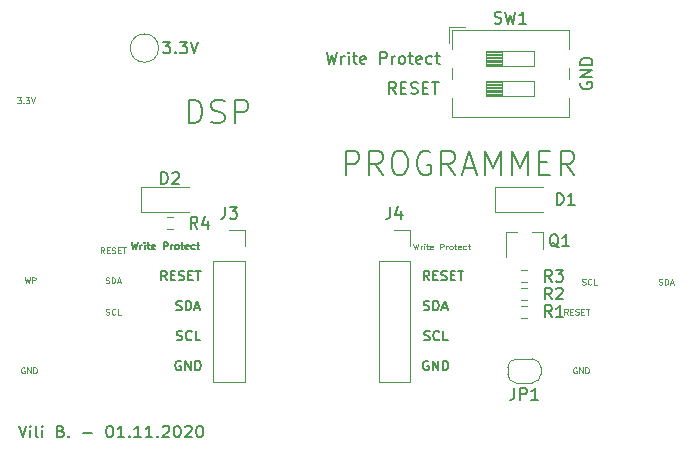
<source format=gbr>
%TF.GenerationSoftware,KiCad,Pcbnew,(5.1.7)-1*%
%TF.CreationDate,2020-11-01T18:22:08+02:00*%
%TF.ProjectId,Piirilevy_dsp,50696972-696c-4657-9679-5f6473702e6b,rev?*%
%TF.SameCoordinates,Original*%
%TF.FileFunction,Legend,Top*%
%TF.FilePolarity,Positive*%
%FSLAX46Y46*%
G04 Gerber Fmt 4.6, Leading zero omitted, Abs format (unit mm)*
G04 Created by KiCad (PCBNEW (5.1.7)-1) date 2020-11-01 18:22:08*
%MOMM*%
%LPD*%
G01*
G04 APERTURE LIST*
%ADD10C,0.150000*%
%ADD11C,0.125000*%
%ADD12C,0.120000*%
G04 APERTURE END LIST*
D10*
X122190857Y-106640380D02*
X122524190Y-107640380D01*
X122857523Y-106640380D01*
X123190857Y-107640380D02*
X123190857Y-106973714D01*
X123190857Y-106640380D02*
X123143238Y-106688000D01*
X123190857Y-106735619D01*
X123238476Y-106688000D01*
X123190857Y-106640380D01*
X123190857Y-106735619D01*
X123809904Y-107640380D02*
X123714666Y-107592761D01*
X123667047Y-107497523D01*
X123667047Y-106640380D01*
X124190857Y-107640380D02*
X124190857Y-106973714D01*
X124190857Y-106640380D02*
X124143238Y-106688000D01*
X124190857Y-106735619D01*
X124238476Y-106688000D01*
X124190857Y-106640380D01*
X124190857Y-106735619D01*
X125762285Y-107116571D02*
X125905142Y-107164190D01*
X125952761Y-107211809D01*
X126000380Y-107307047D01*
X126000380Y-107449904D01*
X125952761Y-107545142D01*
X125905142Y-107592761D01*
X125809904Y-107640380D01*
X125428952Y-107640380D01*
X125428952Y-106640380D01*
X125762285Y-106640380D01*
X125857523Y-106688000D01*
X125905142Y-106735619D01*
X125952761Y-106830857D01*
X125952761Y-106926095D01*
X125905142Y-107021333D01*
X125857523Y-107068952D01*
X125762285Y-107116571D01*
X125428952Y-107116571D01*
X126428952Y-107545142D02*
X126476571Y-107592761D01*
X126428952Y-107640380D01*
X126381333Y-107592761D01*
X126428952Y-107545142D01*
X126428952Y-107640380D01*
X127667047Y-107259428D02*
X128428952Y-107259428D01*
X129857523Y-106640380D02*
X129952761Y-106640380D01*
X130048000Y-106688000D01*
X130095619Y-106735619D01*
X130143238Y-106830857D01*
X130190857Y-107021333D01*
X130190857Y-107259428D01*
X130143238Y-107449904D01*
X130095619Y-107545142D01*
X130048000Y-107592761D01*
X129952761Y-107640380D01*
X129857523Y-107640380D01*
X129762285Y-107592761D01*
X129714666Y-107545142D01*
X129667047Y-107449904D01*
X129619428Y-107259428D01*
X129619428Y-107021333D01*
X129667047Y-106830857D01*
X129714666Y-106735619D01*
X129762285Y-106688000D01*
X129857523Y-106640380D01*
X131143238Y-107640380D02*
X130571809Y-107640380D01*
X130857523Y-107640380D02*
X130857523Y-106640380D01*
X130762285Y-106783238D01*
X130667047Y-106878476D01*
X130571809Y-106926095D01*
X131571809Y-107545142D02*
X131619428Y-107592761D01*
X131571809Y-107640380D01*
X131524190Y-107592761D01*
X131571809Y-107545142D01*
X131571809Y-107640380D01*
X132571809Y-107640380D02*
X132000380Y-107640380D01*
X132286095Y-107640380D02*
X132286095Y-106640380D01*
X132190857Y-106783238D01*
X132095619Y-106878476D01*
X132000380Y-106926095D01*
X133524190Y-107640380D02*
X132952761Y-107640380D01*
X133238476Y-107640380D02*
X133238476Y-106640380D01*
X133143238Y-106783238D01*
X133048000Y-106878476D01*
X132952761Y-106926095D01*
X133952761Y-107545142D02*
X134000380Y-107592761D01*
X133952761Y-107640380D01*
X133905142Y-107592761D01*
X133952761Y-107545142D01*
X133952761Y-107640380D01*
X134381333Y-106735619D02*
X134428952Y-106688000D01*
X134524190Y-106640380D01*
X134762285Y-106640380D01*
X134857523Y-106688000D01*
X134905142Y-106735619D01*
X134952761Y-106830857D01*
X134952761Y-106926095D01*
X134905142Y-107068952D01*
X134333714Y-107640380D01*
X134952761Y-107640380D01*
X135571809Y-106640380D02*
X135667047Y-106640380D01*
X135762285Y-106688000D01*
X135809904Y-106735619D01*
X135857523Y-106830857D01*
X135905142Y-107021333D01*
X135905142Y-107259428D01*
X135857523Y-107449904D01*
X135809904Y-107545142D01*
X135762285Y-107592761D01*
X135667047Y-107640380D01*
X135571809Y-107640380D01*
X135476571Y-107592761D01*
X135428952Y-107545142D01*
X135381333Y-107449904D01*
X135333714Y-107259428D01*
X135333714Y-107021333D01*
X135381333Y-106830857D01*
X135428952Y-106735619D01*
X135476571Y-106688000D01*
X135571809Y-106640380D01*
X136286095Y-106735619D02*
X136333714Y-106688000D01*
X136428952Y-106640380D01*
X136667047Y-106640380D01*
X136762285Y-106688000D01*
X136809904Y-106735619D01*
X136857523Y-106830857D01*
X136857523Y-106926095D01*
X136809904Y-107068952D01*
X136238476Y-107640380D01*
X136857523Y-107640380D01*
X137476571Y-106640380D02*
X137571809Y-106640380D01*
X137667047Y-106688000D01*
X137714666Y-106735619D01*
X137762285Y-106830857D01*
X137809904Y-107021333D01*
X137809904Y-107259428D01*
X137762285Y-107449904D01*
X137714666Y-107545142D01*
X137667047Y-107592761D01*
X137571809Y-107640380D01*
X137476571Y-107640380D01*
X137381333Y-107592761D01*
X137333714Y-107545142D01*
X137286095Y-107449904D01*
X137238476Y-107259428D01*
X137238476Y-107021333D01*
X137286095Y-106830857D01*
X137333714Y-106735619D01*
X137381333Y-106688000D01*
X137476571Y-106640380D01*
D11*
X122070904Y-78847190D02*
X122380428Y-78847190D01*
X122213761Y-79037666D01*
X122285190Y-79037666D01*
X122332809Y-79061476D01*
X122356619Y-79085285D01*
X122380428Y-79132904D01*
X122380428Y-79251952D01*
X122356619Y-79299571D01*
X122332809Y-79323380D01*
X122285190Y-79347190D01*
X122142333Y-79347190D01*
X122094714Y-79323380D01*
X122070904Y-79299571D01*
X122594714Y-79299571D02*
X122618523Y-79323380D01*
X122594714Y-79347190D01*
X122570904Y-79323380D01*
X122594714Y-79299571D01*
X122594714Y-79347190D01*
X122785190Y-78847190D02*
X123094714Y-78847190D01*
X122928047Y-79037666D01*
X122999476Y-79037666D01*
X123047095Y-79061476D01*
X123070904Y-79085285D01*
X123094714Y-79132904D01*
X123094714Y-79251952D01*
X123070904Y-79299571D01*
X123047095Y-79323380D01*
X122999476Y-79347190D01*
X122856619Y-79347190D01*
X122809000Y-79323380D01*
X122785190Y-79299571D01*
X123237571Y-78847190D02*
X123404238Y-79347190D01*
X123570904Y-78847190D01*
D10*
X134413809Y-74128380D02*
X135032857Y-74128380D01*
X134699523Y-74509333D01*
X134842380Y-74509333D01*
X134937619Y-74556952D01*
X134985238Y-74604571D01*
X135032857Y-74699809D01*
X135032857Y-74937904D01*
X134985238Y-75033142D01*
X134937619Y-75080761D01*
X134842380Y-75128380D01*
X134556666Y-75128380D01*
X134461428Y-75080761D01*
X134413809Y-75033142D01*
X135461428Y-75033142D02*
X135509047Y-75080761D01*
X135461428Y-75128380D01*
X135413809Y-75080761D01*
X135461428Y-75033142D01*
X135461428Y-75128380D01*
X135842380Y-74128380D02*
X136461428Y-74128380D01*
X136128095Y-74509333D01*
X136270952Y-74509333D01*
X136366190Y-74556952D01*
X136413809Y-74604571D01*
X136461428Y-74699809D01*
X136461428Y-74937904D01*
X136413809Y-75033142D01*
X136366190Y-75080761D01*
X136270952Y-75128380D01*
X135985238Y-75128380D01*
X135890000Y-75080761D01*
X135842380Y-75033142D01*
X136747142Y-74128380D02*
X137080476Y-75128380D01*
X137413809Y-74128380D01*
D11*
X122682047Y-101731000D02*
X122634428Y-101707190D01*
X122563000Y-101707190D01*
X122491571Y-101731000D01*
X122443952Y-101778619D01*
X122420142Y-101826238D01*
X122396333Y-101921476D01*
X122396333Y-101992904D01*
X122420142Y-102088142D01*
X122443952Y-102135761D01*
X122491571Y-102183380D01*
X122563000Y-102207190D01*
X122610619Y-102207190D01*
X122682047Y-102183380D01*
X122705857Y-102159571D01*
X122705857Y-101992904D01*
X122610619Y-101992904D01*
X122920142Y-102207190D02*
X122920142Y-101707190D01*
X123205857Y-102207190D01*
X123205857Y-101707190D01*
X123443952Y-102207190D02*
X123443952Y-101707190D01*
X123563000Y-101707190D01*
X123634428Y-101731000D01*
X123682047Y-101778619D01*
X123705857Y-101826238D01*
X123729666Y-101921476D01*
X123729666Y-101992904D01*
X123705857Y-102088142D01*
X123682047Y-102135761D01*
X123634428Y-102183380D01*
X123563000Y-102207190D01*
X123443952Y-102207190D01*
D10*
X169807000Y-77596904D02*
X169759380Y-77692142D01*
X169759380Y-77835000D01*
X169807000Y-77977857D01*
X169902238Y-78073095D01*
X169997476Y-78120714D01*
X170187952Y-78168333D01*
X170330809Y-78168333D01*
X170521285Y-78120714D01*
X170616523Y-78073095D01*
X170711761Y-77977857D01*
X170759380Y-77835000D01*
X170759380Y-77739761D01*
X170711761Y-77596904D01*
X170664142Y-77549285D01*
X170330809Y-77549285D01*
X170330809Y-77739761D01*
X170759380Y-77120714D02*
X169759380Y-77120714D01*
X170759380Y-76549285D01*
X169759380Y-76549285D01*
X170759380Y-76073095D02*
X169759380Y-76073095D01*
X169759380Y-75835000D01*
X169807000Y-75692142D01*
X169902238Y-75596904D01*
X169997476Y-75549285D01*
X170187952Y-75501666D01*
X170330809Y-75501666D01*
X170521285Y-75549285D01*
X170616523Y-75596904D01*
X170711761Y-75692142D01*
X170759380Y-75835000D01*
X170759380Y-76073095D01*
D11*
X176392857Y-94690380D02*
X176464285Y-94714190D01*
X176583333Y-94714190D01*
X176630952Y-94690380D01*
X176654761Y-94666571D01*
X176678571Y-94618952D01*
X176678571Y-94571333D01*
X176654761Y-94523714D01*
X176630952Y-94499904D01*
X176583333Y-94476095D01*
X176488095Y-94452285D01*
X176440476Y-94428476D01*
X176416666Y-94404666D01*
X176392857Y-94357047D01*
X176392857Y-94309428D01*
X176416666Y-94261809D01*
X176440476Y-94238000D01*
X176488095Y-94214190D01*
X176607142Y-94214190D01*
X176678571Y-94238000D01*
X176892857Y-94714190D02*
X176892857Y-94214190D01*
X177011904Y-94214190D01*
X177083333Y-94238000D01*
X177130952Y-94285619D01*
X177154761Y-94333238D01*
X177178571Y-94428476D01*
X177178571Y-94499904D01*
X177154761Y-94595142D01*
X177130952Y-94642761D01*
X177083333Y-94690380D01*
X177011904Y-94714190D01*
X176892857Y-94714190D01*
X177369047Y-94571333D02*
X177607142Y-94571333D01*
X177321428Y-94714190D02*
X177488095Y-94214190D01*
X177654761Y-94714190D01*
X169418047Y-101731000D02*
X169370428Y-101707190D01*
X169299000Y-101707190D01*
X169227571Y-101731000D01*
X169179952Y-101778619D01*
X169156142Y-101826238D01*
X169132333Y-101921476D01*
X169132333Y-101992904D01*
X169156142Y-102088142D01*
X169179952Y-102135761D01*
X169227571Y-102183380D01*
X169299000Y-102207190D01*
X169346619Y-102207190D01*
X169418047Y-102183380D01*
X169441857Y-102159571D01*
X169441857Y-101992904D01*
X169346619Y-101992904D01*
X169656142Y-102207190D02*
X169656142Y-101707190D01*
X169941857Y-102207190D01*
X169941857Y-101707190D01*
X170179952Y-102207190D02*
X170179952Y-101707190D01*
X170299000Y-101707190D01*
X170370428Y-101731000D01*
X170418047Y-101778619D01*
X170441857Y-101826238D01*
X170465666Y-101921476D01*
X170465666Y-101992904D01*
X170441857Y-102088142D01*
X170418047Y-102135761D01*
X170370428Y-102183380D01*
X170299000Y-102207190D01*
X170179952Y-102207190D01*
X168691809Y-97254190D02*
X168525142Y-97016095D01*
X168406095Y-97254190D02*
X168406095Y-96754190D01*
X168596571Y-96754190D01*
X168644190Y-96778000D01*
X168668000Y-96801809D01*
X168691809Y-96849428D01*
X168691809Y-96920857D01*
X168668000Y-96968476D01*
X168644190Y-96992285D01*
X168596571Y-97016095D01*
X168406095Y-97016095D01*
X168906095Y-96992285D02*
X169072761Y-96992285D01*
X169144190Y-97254190D02*
X168906095Y-97254190D01*
X168906095Y-96754190D01*
X169144190Y-96754190D01*
X169334666Y-97230380D02*
X169406095Y-97254190D01*
X169525142Y-97254190D01*
X169572761Y-97230380D01*
X169596571Y-97206571D01*
X169620380Y-97158952D01*
X169620380Y-97111333D01*
X169596571Y-97063714D01*
X169572761Y-97039904D01*
X169525142Y-97016095D01*
X169429904Y-96992285D01*
X169382285Y-96968476D01*
X169358476Y-96944666D01*
X169334666Y-96897047D01*
X169334666Y-96849428D01*
X169358476Y-96801809D01*
X169382285Y-96778000D01*
X169429904Y-96754190D01*
X169548952Y-96754190D01*
X169620380Y-96778000D01*
X169834666Y-96992285D02*
X170001333Y-96992285D01*
X170072761Y-97254190D02*
X169834666Y-97254190D01*
X169834666Y-96754190D01*
X170072761Y-96754190D01*
X170215619Y-96754190D02*
X170501333Y-96754190D01*
X170358476Y-97254190D02*
X170358476Y-96754190D01*
X169904761Y-94690380D02*
X169976190Y-94714190D01*
X170095238Y-94714190D01*
X170142857Y-94690380D01*
X170166666Y-94666571D01*
X170190476Y-94618952D01*
X170190476Y-94571333D01*
X170166666Y-94523714D01*
X170142857Y-94499904D01*
X170095238Y-94476095D01*
X170000000Y-94452285D01*
X169952380Y-94428476D01*
X169928571Y-94404666D01*
X169904761Y-94357047D01*
X169904761Y-94309428D01*
X169928571Y-94261809D01*
X169952380Y-94238000D01*
X170000000Y-94214190D01*
X170119047Y-94214190D01*
X170190476Y-94238000D01*
X170690476Y-94666571D02*
X170666666Y-94690380D01*
X170595238Y-94714190D01*
X170547619Y-94714190D01*
X170476190Y-94690380D01*
X170428571Y-94642761D01*
X170404761Y-94595142D01*
X170380952Y-94499904D01*
X170380952Y-94428476D01*
X170404761Y-94333238D01*
X170428571Y-94285619D01*
X170476190Y-94238000D01*
X170547619Y-94214190D01*
X170595238Y-94214190D01*
X170666666Y-94238000D01*
X170690476Y-94261809D01*
X171142857Y-94714190D02*
X170904761Y-94714190D01*
X170904761Y-94214190D01*
D10*
X149880952Y-85404761D02*
X149880952Y-83404761D01*
X150642857Y-83404761D01*
X150833333Y-83500000D01*
X150928571Y-83595238D01*
X151023809Y-83785714D01*
X151023809Y-84071428D01*
X150928571Y-84261904D01*
X150833333Y-84357142D01*
X150642857Y-84452380D01*
X149880952Y-84452380D01*
X153023809Y-85404761D02*
X152357142Y-84452380D01*
X151880952Y-85404761D02*
X151880952Y-83404761D01*
X152642857Y-83404761D01*
X152833333Y-83500000D01*
X152928571Y-83595238D01*
X153023809Y-83785714D01*
X153023809Y-84071428D01*
X152928571Y-84261904D01*
X152833333Y-84357142D01*
X152642857Y-84452380D01*
X151880952Y-84452380D01*
X154261904Y-83404761D02*
X154642857Y-83404761D01*
X154833333Y-83500000D01*
X155023809Y-83690476D01*
X155119047Y-84071428D01*
X155119047Y-84738095D01*
X155023809Y-85119047D01*
X154833333Y-85309523D01*
X154642857Y-85404761D01*
X154261904Y-85404761D01*
X154071428Y-85309523D01*
X153880952Y-85119047D01*
X153785714Y-84738095D01*
X153785714Y-84071428D01*
X153880952Y-83690476D01*
X154071428Y-83500000D01*
X154261904Y-83404761D01*
X157023809Y-83500000D02*
X156833333Y-83404761D01*
X156547619Y-83404761D01*
X156261904Y-83500000D01*
X156071428Y-83690476D01*
X155976190Y-83880952D01*
X155880952Y-84261904D01*
X155880952Y-84547619D01*
X155976190Y-84928571D01*
X156071428Y-85119047D01*
X156261904Y-85309523D01*
X156547619Y-85404761D01*
X156738095Y-85404761D01*
X157023809Y-85309523D01*
X157119047Y-85214285D01*
X157119047Y-84547619D01*
X156738095Y-84547619D01*
X159119047Y-85404761D02*
X158452380Y-84452380D01*
X157976190Y-85404761D02*
X157976190Y-83404761D01*
X158738095Y-83404761D01*
X158928571Y-83500000D01*
X159023809Y-83595238D01*
X159119047Y-83785714D01*
X159119047Y-84071428D01*
X159023809Y-84261904D01*
X158928571Y-84357142D01*
X158738095Y-84452380D01*
X157976190Y-84452380D01*
X159880952Y-84833333D02*
X160833333Y-84833333D01*
X159690476Y-85404761D02*
X160357142Y-83404761D01*
X161023809Y-85404761D01*
X161690476Y-85404761D02*
X161690476Y-83404761D01*
X162357142Y-84833333D01*
X163023809Y-83404761D01*
X163023809Y-85404761D01*
X163976190Y-85404761D02*
X163976190Y-83404761D01*
X164642857Y-84833333D01*
X165309523Y-83404761D01*
X165309523Y-85404761D01*
X166261904Y-84357142D02*
X166928571Y-84357142D01*
X167214285Y-85404761D02*
X166261904Y-85404761D01*
X166261904Y-83404761D01*
X167214285Y-83404761D01*
X169214285Y-85404761D02*
X168547619Y-84452380D01*
X168071428Y-85404761D02*
X168071428Y-83404761D01*
X168833333Y-83404761D01*
X169023809Y-83500000D01*
X169119047Y-83595238D01*
X169214285Y-83785714D01*
X169214285Y-84071428D01*
X169119047Y-84261904D01*
X169023809Y-84357142D01*
X168833333Y-84452380D01*
X168071428Y-84452380D01*
X136588809Y-81041761D02*
X136588809Y-79041761D01*
X137065000Y-79041761D01*
X137350714Y-79137000D01*
X137541190Y-79327476D01*
X137636428Y-79517952D01*
X137731666Y-79898904D01*
X137731666Y-80184619D01*
X137636428Y-80565571D01*
X137541190Y-80756047D01*
X137350714Y-80946523D01*
X137065000Y-81041761D01*
X136588809Y-81041761D01*
X138493571Y-80946523D02*
X138779285Y-81041761D01*
X139255476Y-81041761D01*
X139445952Y-80946523D01*
X139541190Y-80851285D01*
X139636428Y-80660809D01*
X139636428Y-80470333D01*
X139541190Y-80279857D01*
X139445952Y-80184619D01*
X139255476Y-80089380D01*
X138874523Y-79994142D01*
X138684047Y-79898904D01*
X138588809Y-79803666D01*
X138493571Y-79613190D01*
X138493571Y-79422714D01*
X138588809Y-79232238D01*
X138684047Y-79137000D01*
X138874523Y-79041761D01*
X139350714Y-79041761D01*
X139636428Y-79137000D01*
X140493571Y-81041761D02*
X140493571Y-79041761D01*
X141255476Y-79041761D01*
X141445952Y-79137000D01*
X141541190Y-79232238D01*
X141636428Y-79422714D01*
X141636428Y-79708428D01*
X141541190Y-79898904D01*
X141445952Y-79994142D01*
X141255476Y-80089380D01*
X140493571Y-80089380D01*
D11*
X129448809Y-92047190D02*
X129282142Y-91809095D01*
X129163095Y-92047190D02*
X129163095Y-91547190D01*
X129353571Y-91547190D01*
X129401190Y-91571000D01*
X129425000Y-91594809D01*
X129448809Y-91642428D01*
X129448809Y-91713857D01*
X129425000Y-91761476D01*
X129401190Y-91785285D01*
X129353571Y-91809095D01*
X129163095Y-91809095D01*
X129663095Y-91785285D02*
X129829761Y-91785285D01*
X129901190Y-92047190D02*
X129663095Y-92047190D01*
X129663095Y-91547190D01*
X129901190Y-91547190D01*
X130091666Y-92023380D02*
X130163095Y-92047190D01*
X130282142Y-92047190D01*
X130329761Y-92023380D01*
X130353571Y-91999571D01*
X130377380Y-91951952D01*
X130377380Y-91904333D01*
X130353571Y-91856714D01*
X130329761Y-91832904D01*
X130282142Y-91809095D01*
X130186904Y-91785285D01*
X130139285Y-91761476D01*
X130115476Y-91737666D01*
X130091666Y-91690047D01*
X130091666Y-91642428D01*
X130115476Y-91594809D01*
X130139285Y-91571000D01*
X130186904Y-91547190D01*
X130305952Y-91547190D01*
X130377380Y-91571000D01*
X130591666Y-91785285D02*
X130758333Y-91785285D01*
X130829761Y-92047190D02*
X130591666Y-92047190D01*
X130591666Y-91547190D01*
X130829761Y-91547190D01*
X130972619Y-91547190D02*
X131258333Y-91547190D01*
X131115476Y-92047190D02*
X131115476Y-91547190D01*
X129567857Y-94563380D02*
X129639285Y-94587190D01*
X129758333Y-94587190D01*
X129805952Y-94563380D01*
X129829761Y-94539571D01*
X129853571Y-94491952D01*
X129853571Y-94444333D01*
X129829761Y-94396714D01*
X129805952Y-94372904D01*
X129758333Y-94349095D01*
X129663095Y-94325285D01*
X129615476Y-94301476D01*
X129591666Y-94277666D01*
X129567857Y-94230047D01*
X129567857Y-94182428D01*
X129591666Y-94134809D01*
X129615476Y-94111000D01*
X129663095Y-94087190D01*
X129782142Y-94087190D01*
X129853571Y-94111000D01*
X130067857Y-94587190D02*
X130067857Y-94087190D01*
X130186904Y-94087190D01*
X130258333Y-94111000D01*
X130305952Y-94158619D01*
X130329761Y-94206238D01*
X130353571Y-94301476D01*
X130353571Y-94372904D01*
X130329761Y-94468142D01*
X130305952Y-94515761D01*
X130258333Y-94563380D01*
X130186904Y-94587190D01*
X130067857Y-94587190D01*
X130544047Y-94444333D02*
X130782142Y-94444333D01*
X130496428Y-94587190D02*
X130663095Y-94087190D01*
X130829761Y-94587190D01*
X129579761Y-97230380D02*
X129651190Y-97254190D01*
X129770238Y-97254190D01*
X129817857Y-97230380D01*
X129841666Y-97206571D01*
X129865476Y-97158952D01*
X129865476Y-97111333D01*
X129841666Y-97063714D01*
X129817857Y-97039904D01*
X129770238Y-97016095D01*
X129675000Y-96992285D01*
X129627380Y-96968476D01*
X129603571Y-96944666D01*
X129579761Y-96897047D01*
X129579761Y-96849428D01*
X129603571Y-96801809D01*
X129627380Y-96778000D01*
X129675000Y-96754190D01*
X129794047Y-96754190D01*
X129865476Y-96778000D01*
X130365476Y-97206571D02*
X130341666Y-97230380D01*
X130270238Y-97254190D01*
X130222619Y-97254190D01*
X130151190Y-97230380D01*
X130103571Y-97182761D01*
X130079761Y-97135142D01*
X130055952Y-97039904D01*
X130055952Y-96968476D01*
X130079761Y-96873238D01*
X130103571Y-96825619D01*
X130151190Y-96778000D01*
X130222619Y-96754190D01*
X130270238Y-96754190D01*
X130341666Y-96778000D01*
X130365476Y-96801809D01*
X130817857Y-97254190D02*
X130579761Y-97254190D01*
X130579761Y-96754190D01*
X122725714Y-94087190D02*
X122844761Y-94587190D01*
X122940000Y-94230047D01*
X123035238Y-94587190D01*
X123154285Y-94087190D01*
X123344761Y-94587190D02*
X123344761Y-94087190D01*
X123535238Y-94087190D01*
X123582857Y-94111000D01*
X123606666Y-94134809D01*
X123630476Y-94182428D01*
X123630476Y-94253857D01*
X123606666Y-94301476D01*
X123582857Y-94325285D01*
X123535238Y-94349095D01*
X123344761Y-94349095D01*
D10*
X148273095Y-75017380D02*
X148511190Y-76017380D01*
X148701666Y-75303095D01*
X148892142Y-76017380D01*
X149130238Y-75017380D01*
X149511190Y-76017380D02*
X149511190Y-75350714D01*
X149511190Y-75541190D02*
X149558809Y-75445952D01*
X149606428Y-75398333D01*
X149701666Y-75350714D01*
X149796904Y-75350714D01*
X150130238Y-76017380D02*
X150130238Y-75350714D01*
X150130238Y-75017380D02*
X150082619Y-75065000D01*
X150130238Y-75112619D01*
X150177857Y-75065000D01*
X150130238Y-75017380D01*
X150130238Y-75112619D01*
X150463571Y-75350714D02*
X150844523Y-75350714D01*
X150606428Y-75017380D02*
X150606428Y-75874523D01*
X150654047Y-75969761D01*
X150749285Y-76017380D01*
X150844523Y-76017380D01*
X151558809Y-75969761D02*
X151463571Y-76017380D01*
X151273095Y-76017380D01*
X151177857Y-75969761D01*
X151130238Y-75874523D01*
X151130238Y-75493571D01*
X151177857Y-75398333D01*
X151273095Y-75350714D01*
X151463571Y-75350714D01*
X151558809Y-75398333D01*
X151606428Y-75493571D01*
X151606428Y-75588809D01*
X151130238Y-75684047D01*
X152796904Y-76017380D02*
X152796904Y-75017380D01*
X153177857Y-75017380D01*
X153273095Y-75065000D01*
X153320714Y-75112619D01*
X153368333Y-75207857D01*
X153368333Y-75350714D01*
X153320714Y-75445952D01*
X153273095Y-75493571D01*
X153177857Y-75541190D01*
X152796904Y-75541190D01*
X153796904Y-76017380D02*
X153796904Y-75350714D01*
X153796904Y-75541190D02*
X153844523Y-75445952D01*
X153892142Y-75398333D01*
X153987380Y-75350714D01*
X154082619Y-75350714D01*
X154558809Y-76017380D02*
X154463571Y-75969761D01*
X154415952Y-75922142D01*
X154368333Y-75826904D01*
X154368333Y-75541190D01*
X154415952Y-75445952D01*
X154463571Y-75398333D01*
X154558809Y-75350714D01*
X154701666Y-75350714D01*
X154796904Y-75398333D01*
X154844523Y-75445952D01*
X154892142Y-75541190D01*
X154892142Y-75826904D01*
X154844523Y-75922142D01*
X154796904Y-75969761D01*
X154701666Y-76017380D01*
X154558809Y-76017380D01*
X155177857Y-75350714D02*
X155558809Y-75350714D01*
X155320714Y-75017380D02*
X155320714Y-75874523D01*
X155368333Y-75969761D01*
X155463571Y-76017380D01*
X155558809Y-76017380D01*
X156273095Y-75969761D02*
X156177857Y-76017380D01*
X155987380Y-76017380D01*
X155892142Y-75969761D01*
X155844523Y-75874523D01*
X155844523Y-75493571D01*
X155892142Y-75398333D01*
X155987380Y-75350714D01*
X156177857Y-75350714D01*
X156273095Y-75398333D01*
X156320714Y-75493571D01*
X156320714Y-75588809D01*
X155844523Y-75684047D01*
X157177857Y-75969761D02*
X157082619Y-76017380D01*
X156892142Y-76017380D01*
X156796904Y-75969761D01*
X156749285Y-75922142D01*
X156701666Y-75826904D01*
X156701666Y-75541190D01*
X156749285Y-75445952D01*
X156796904Y-75398333D01*
X156892142Y-75350714D01*
X157082619Y-75350714D01*
X157177857Y-75398333D01*
X157463571Y-75350714D02*
X157844523Y-75350714D01*
X157606428Y-75017380D02*
X157606428Y-75874523D01*
X157654047Y-75969761D01*
X157749285Y-76017380D01*
X157844523Y-76017380D01*
X154122619Y-78557380D02*
X153789285Y-78081190D01*
X153551190Y-78557380D02*
X153551190Y-77557380D01*
X153932142Y-77557380D01*
X154027380Y-77605000D01*
X154075000Y-77652619D01*
X154122619Y-77747857D01*
X154122619Y-77890714D01*
X154075000Y-77985952D01*
X154027380Y-78033571D01*
X153932142Y-78081190D01*
X153551190Y-78081190D01*
X154551190Y-78033571D02*
X154884523Y-78033571D01*
X155027380Y-78557380D02*
X154551190Y-78557380D01*
X154551190Y-77557380D01*
X155027380Y-77557380D01*
X155408333Y-78509761D02*
X155551190Y-78557380D01*
X155789285Y-78557380D01*
X155884523Y-78509761D01*
X155932142Y-78462142D01*
X155979761Y-78366904D01*
X155979761Y-78271666D01*
X155932142Y-78176428D01*
X155884523Y-78128809D01*
X155789285Y-78081190D01*
X155598809Y-78033571D01*
X155503571Y-77985952D01*
X155455952Y-77938333D01*
X155408333Y-77843095D01*
X155408333Y-77747857D01*
X155455952Y-77652619D01*
X155503571Y-77605000D01*
X155598809Y-77557380D01*
X155836904Y-77557380D01*
X155979761Y-77605000D01*
X156408333Y-78033571D02*
X156741666Y-78033571D01*
X156884523Y-78557380D02*
X156408333Y-78557380D01*
X156408333Y-77557380D01*
X156884523Y-77557380D01*
X157170238Y-77557380D02*
X157741666Y-77557380D01*
X157455952Y-78557380D02*
X157455952Y-77557380D01*
X135915476Y-101200000D02*
X135839285Y-101161904D01*
X135725000Y-101161904D01*
X135610714Y-101200000D01*
X135534523Y-101276190D01*
X135496428Y-101352380D01*
X135458333Y-101504761D01*
X135458333Y-101619047D01*
X135496428Y-101771428D01*
X135534523Y-101847619D01*
X135610714Y-101923809D01*
X135725000Y-101961904D01*
X135801190Y-101961904D01*
X135915476Y-101923809D01*
X135953571Y-101885714D01*
X135953571Y-101619047D01*
X135801190Y-101619047D01*
X136296428Y-101961904D02*
X136296428Y-101161904D01*
X136753571Y-101961904D01*
X136753571Y-101161904D01*
X137134523Y-101961904D02*
X137134523Y-101161904D01*
X137325000Y-101161904D01*
X137439285Y-101200000D01*
X137515476Y-101276190D01*
X137553571Y-101352380D01*
X137591666Y-101504761D01*
X137591666Y-101619047D01*
X137553571Y-101771428D01*
X137515476Y-101847619D01*
X137439285Y-101923809D01*
X137325000Y-101961904D01*
X137134523Y-101961904D01*
X135572619Y-99383809D02*
X135686904Y-99421904D01*
X135877380Y-99421904D01*
X135953571Y-99383809D01*
X135991666Y-99345714D01*
X136029761Y-99269523D01*
X136029761Y-99193333D01*
X135991666Y-99117142D01*
X135953571Y-99079047D01*
X135877380Y-99040952D01*
X135725000Y-99002857D01*
X135648809Y-98964761D01*
X135610714Y-98926666D01*
X135572619Y-98850476D01*
X135572619Y-98774285D01*
X135610714Y-98698095D01*
X135648809Y-98660000D01*
X135725000Y-98621904D01*
X135915476Y-98621904D01*
X136029761Y-98660000D01*
X136829761Y-99345714D02*
X136791666Y-99383809D01*
X136677380Y-99421904D01*
X136601190Y-99421904D01*
X136486904Y-99383809D01*
X136410714Y-99307619D01*
X136372619Y-99231428D01*
X136334523Y-99079047D01*
X136334523Y-98964761D01*
X136372619Y-98812380D01*
X136410714Y-98736190D01*
X136486904Y-98660000D01*
X136601190Y-98621904D01*
X136677380Y-98621904D01*
X136791666Y-98660000D01*
X136829761Y-98698095D01*
X137553571Y-99421904D02*
X137172619Y-99421904D01*
X137172619Y-98621904D01*
X135553571Y-96843809D02*
X135667857Y-96881904D01*
X135858333Y-96881904D01*
X135934523Y-96843809D01*
X135972619Y-96805714D01*
X136010714Y-96729523D01*
X136010714Y-96653333D01*
X135972619Y-96577142D01*
X135934523Y-96539047D01*
X135858333Y-96500952D01*
X135705952Y-96462857D01*
X135629761Y-96424761D01*
X135591666Y-96386666D01*
X135553571Y-96310476D01*
X135553571Y-96234285D01*
X135591666Y-96158095D01*
X135629761Y-96120000D01*
X135705952Y-96081904D01*
X135896428Y-96081904D01*
X136010714Y-96120000D01*
X136353571Y-96881904D02*
X136353571Y-96081904D01*
X136544047Y-96081904D01*
X136658333Y-96120000D01*
X136734523Y-96196190D01*
X136772619Y-96272380D01*
X136810714Y-96424761D01*
X136810714Y-96539047D01*
X136772619Y-96691428D01*
X136734523Y-96767619D01*
X136658333Y-96843809D01*
X136544047Y-96881904D01*
X136353571Y-96881904D01*
X137115476Y-96653333D02*
X137496428Y-96653333D01*
X137039285Y-96881904D02*
X137305952Y-96081904D01*
X137572619Y-96881904D01*
X134728095Y-94341904D02*
X134461428Y-93960952D01*
X134270952Y-94341904D02*
X134270952Y-93541904D01*
X134575714Y-93541904D01*
X134651904Y-93580000D01*
X134690000Y-93618095D01*
X134728095Y-93694285D01*
X134728095Y-93808571D01*
X134690000Y-93884761D01*
X134651904Y-93922857D01*
X134575714Y-93960952D01*
X134270952Y-93960952D01*
X135070952Y-93922857D02*
X135337619Y-93922857D01*
X135451904Y-94341904D02*
X135070952Y-94341904D01*
X135070952Y-93541904D01*
X135451904Y-93541904D01*
X135756666Y-94303809D02*
X135870952Y-94341904D01*
X136061428Y-94341904D01*
X136137619Y-94303809D01*
X136175714Y-94265714D01*
X136213809Y-94189523D01*
X136213809Y-94113333D01*
X136175714Y-94037142D01*
X136137619Y-93999047D01*
X136061428Y-93960952D01*
X135909047Y-93922857D01*
X135832857Y-93884761D01*
X135794761Y-93846666D01*
X135756666Y-93770476D01*
X135756666Y-93694285D01*
X135794761Y-93618095D01*
X135832857Y-93580000D01*
X135909047Y-93541904D01*
X136099523Y-93541904D01*
X136213809Y-93580000D01*
X136556666Y-93922857D02*
X136823333Y-93922857D01*
X136937619Y-94341904D02*
X136556666Y-94341904D01*
X136556666Y-93541904D01*
X136937619Y-93541904D01*
X137166190Y-93541904D02*
X137623333Y-93541904D01*
X137394761Y-94341904D02*
X137394761Y-93541904D01*
X131762857Y-91111428D02*
X131905714Y-91711428D01*
X132020000Y-91282857D01*
X132134285Y-91711428D01*
X132277142Y-91111428D01*
X132505714Y-91711428D02*
X132505714Y-91311428D01*
X132505714Y-91425714D02*
X132534285Y-91368571D01*
X132562857Y-91340000D01*
X132620000Y-91311428D01*
X132677142Y-91311428D01*
X132877142Y-91711428D02*
X132877142Y-91311428D01*
X132877142Y-91111428D02*
X132848571Y-91140000D01*
X132877142Y-91168571D01*
X132905714Y-91140000D01*
X132877142Y-91111428D01*
X132877142Y-91168571D01*
X133077142Y-91311428D02*
X133305714Y-91311428D01*
X133162857Y-91111428D02*
X133162857Y-91625714D01*
X133191428Y-91682857D01*
X133248571Y-91711428D01*
X133305714Y-91711428D01*
X133734285Y-91682857D02*
X133677142Y-91711428D01*
X133562857Y-91711428D01*
X133505714Y-91682857D01*
X133477142Y-91625714D01*
X133477142Y-91397142D01*
X133505714Y-91340000D01*
X133562857Y-91311428D01*
X133677142Y-91311428D01*
X133734285Y-91340000D01*
X133762857Y-91397142D01*
X133762857Y-91454285D01*
X133477142Y-91511428D01*
X134477142Y-91711428D02*
X134477142Y-91111428D01*
X134705714Y-91111428D01*
X134762857Y-91140000D01*
X134791428Y-91168571D01*
X134820000Y-91225714D01*
X134820000Y-91311428D01*
X134791428Y-91368571D01*
X134762857Y-91397142D01*
X134705714Y-91425714D01*
X134477142Y-91425714D01*
X135077142Y-91711428D02*
X135077142Y-91311428D01*
X135077142Y-91425714D02*
X135105714Y-91368571D01*
X135134285Y-91340000D01*
X135191428Y-91311428D01*
X135248571Y-91311428D01*
X135534285Y-91711428D02*
X135477142Y-91682857D01*
X135448571Y-91654285D01*
X135420000Y-91597142D01*
X135420000Y-91425714D01*
X135448571Y-91368571D01*
X135477142Y-91340000D01*
X135534285Y-91311428D01*
X135620000Y-91311428D01*
X135677142Y-91340000D01*
X135705714Y-91368571D01*
X135734285Y-91425714D01*
X135734285Y-91597142D01*
X135705714Y-91654285D01*
X135677142Y-91682857D01*
X135620000Y-91711428D01*
X135534285Y-91711428D01*
X135905714Y-91311428D02*
X136134285Y-91311428D01*
X135991428Y-91111428D02*
X135991428Y-91625714D01*
X136020000Y-91682857D01*
X136077142Y-91711428D01*
X136134285Y-91711428D01*
X136562857Y-91682857D02*
X136505714Y-91711428D01*
X136391428Y-91711428D01*
X136334285Y-91682857D01*
X136305714Y-91625714D01*
X136305714Y-91397142D01*
X136334285Y-91340000D01*
X136391428Y-91311428D01*
X136505714Y-91311428D01*
X136562857Y-91340000D01*
X136591428Y-91397142D01*
X136591428Y-91454285D01*
X136305714Y-91511428D01*
X137105714Y-91682857D02*
X137048571Y-91711428D01*
X136934285Y-91711428D01*
X136877142Y-91682857D01*
X136848571Y-91654285D01*
X136820000Y-91597142D01*
X136820000Y-91425714D01*
X136848571Y-91368571D01*
X136877142Y-91340000D01*
X136934285Y-91311428D01*
X137048571Y-91311428D01*
X137105714Y-91340000D01*
X137277142Y-91311428D02*
X137505714Y-91311428D01*
X137362857Y-91111428D02*
X137362857Y-91625714D01*
X137391428Y-91682857D01*
X137448571Y-91711428D01*
X137505714Y-91711428D01*
X156870476Y-101200000D02*
X156794285Y-101161904D01*
X156680000Y-101161904D01*
X156565714Y-101200000D01*
X156489523Y-101276190D01*
X156451428Y-101352380D01*
X156413333Y-101504761D01*
X156413333Y-101619047D01*
X156451428Y-101771428D01*
X156489523Y-101847619D01*
X156565714Y-101923809D01*
X156680000Y-101961904D01*
X156756190Y-101961904D01*
X156870476Y-101923809D01*
X156908571Y-101885714D01*
X156908571Y-101619047D01*
X156756190Y-101619047D01*
X157251428Y-101961904D02*
X157251428Y-101161904D01*
X157708571Y-101961904D01*
X157708571Y-101161904D01*
X158089523Y-101961904D02*
X158089523Y-101161904D01*
X158280000Y-101161904D01*
X158394285Y-101200000D01*
X158470476Y-101276190D01*
X158508571Y-101352380D01*
X158546666Y-101504761D01*
X158546666Y-101619047D01*
X158508571Y-101771428D01*
X158470476Y-101847619D01*
X158394285Y-101923809D01*
X158280000Y-101961904D01*
X158089523Y-101961904D01*
X156527619Y-99383809D02*
X156641904Y-99421904D01*
X156832380Y-99421904D01*
X156908571Y-99383809D01*
X156946666Y-99345714D01*
X156984761Y-99269523D01*
X156984761Y-99193333D01*
X156946666Y-99117142D01*
X156908571Y-99079047D01*
X156832380Y-99040952D01*
X156680000Y-99002857D01*
X156603809Y-98964761D01*
X156565714Y-98926666D01*
X156527619Y-98850476D01*
X156527619Y-98774285D01*
X156565714Y-98698095D01*
X156603809Y-98660000D01*
X156680000Y-98621904D01*
X156870476Y-98621904D01*
X156984761Y-98660000D01*
X157784761Y-99345714D02*
X157746666Y-99383809D01*
X157632380Y-99421904D01*
X157556190Y-99421904D01*
X157441904Y-99383809D01*
X157365714Y-99307619D01*
X157327619Y-99231428D01*
X157289523Y-99079047D01*
X157289523Y-98964761D01*
X157327619Y-98812380D01*
X157365714Y-98736190D01*
X157441904Y-98660000D01*
X157556190Y-98621904D01*
X157632380Y-98621904D01*
X157746666Y-98660000D01*
X157784761Y-98698095D01*
X158508571Y-99421904D02*
X158127619Y-99421904D01*
X158127619Y-98621904D01*
X156508571Y-96843809D02*
X156622857Y-96881904D01*
X156813333Y-96881904D01*
X156889523Y-96843809D01*
X156927619Y-96805714D01*
X156965714Y-96729523D01*
X156965714Y-96653333D01*
X156927619Y-96577142D01*
X156889523Y-96539047D01*
X156813333Y-96500952D01*
X156660952Y-96462857D01*
X156584761Y-96424761D01*
X156546666Y-96386666D01*
X156508571Y-96310476D01*
X156508571Y-96234285D01*
X156546666Y-96158095D01*
X156584761Y-96120000D01*
X156660952Y-96081904D01*
X156851428Y-96081904D01*
X156965714Y-96120000D01*
X157308571Y-96881904D02*
X157308571Y-96081904D01*
X157499047Y-96081904D01*
X157613333Y-96120000D01*
X157689523Y-96196190D01*
X157727619Y-96272380D01*
X157765714Y-96424761D01*
X157765714Y-96539047D01*
X157727619Y-96691428D01*
X157689523Y-96767619D01*
X157613333Y-96843809D01*
X157499047Y-96881904D01*
X157308571Y-96881904D01*
X158070476Y-96653333D02*
X158451428Y-96653333D01*
X157994285Y-96881904D02*
X158260952Y-96081904D01*
X158527619Y-96881904D01*
X156953095Y-94341904D02*
X156686428Y-93960952D01*
X156495952Y-94341904D02*
X156495952Y-93541904D01*
X156800714Y-93541904D01*
X156876904Y-93580000D01*
X156915000Y-93618095D01*
X156953095Y-93694285D01*
X156953095Y-93808571D01*
X156915000Y-93884761D01*
X156876904Y-93922857D01*
X156800714Y-93960952D01*
X156495952Y-93960952D01*
X157295952Y-93922857D02*
X157562619Y-93922857D01*
X157676904Y-94341904D02*
X157295952Y-94341904D01*
X157295952Y-93541904D01*
X157676904Y-93541904D01*
X157981666Y-94303809D02*
X158095952Y-94341904D01*
X158286428Y-94341904D01*
X158362619Y-94303809D01*
X158400714Y-94265714D01*
X158438809Y-94189523D01*
X158438809Y-94113333D01*
X158400714Y-94037142D01*
X158362619Y-93999047D01*
X158286428Y-93960952D01*
X158134047Y-93922857D01*
X158057857Y-93884761D01*
X158019761Y-93846666D01*
X157981666Y-93770476D01*
X157981666Y-93694285D01*
X158019761Y-93618095D01*
X158057857Y-93580000D01*
X158134047Y-93541904D01*
X158324523Y-93541904D01*
X158438809Y-93580000D01*
X158781666Y-93922857D02*
X159048333Y-93922857D01*
X159162619Y-94341904D02*
X158781666Y-94341904D01*
X158781666Y-93541904D01*
X159162619Y-93541904D01*
X159391190Y-93541904D02*
X159848333Y-93541904D01*
X159619761Y-94341904D02*
X159619761Y-93541904D01*
D11*
X155619047Y-91226190D02*
X155738095Y-91726190D01*
X155833333Y-91369047D01*
X155928571Y-91726190D01*
X156047619Y-91226190D01*
X156238095Y-91726190D02*
X156238095Y-91392857D01*
X156238095Y-91488095D02*
X156261904Y-91440476D01*
X156285714Y-91416666D01*
X156333333Y-91392857D01*
X156380952Y-91392857D01*
X156547619Y-91726190D02*
X156547619Y-91392857D01*
X156547619Y-91226190D02*
X156523809Y-91250000D01*
X156547619Y-91273809D01*
X156571428Y-91250000D01*
X156547619Y-91226190D01*
X156547619Y-91273809D01*
X156714285Y-91392857D02*
X156904761Y-91392857D01*
X156785714Y-91226190D02*
X156785714Y-91654761D01*
X156809523Y-91702380D01*
X156857142Y-91726190D01*
X156904761Y-91726190D01*
X157261904Y-91702380D02*
X157214285Y-91726190D01*
X157119047Y-91726190D01*
X157071428Y-91702380D01*
X157047619Y-91654761D01*
X157047619Y-91464285D01*
X157071428Y-91416666D01*
X157119047Y-91392857D01*
X157214285Y-91392857D01*
X157261904Y-91416666D01*
X157285714Y-91464285D01*
X157285714Y-91511904D01*
X157047619Y-91559523D01*
X157880952Y-91726190D02*
X157880952Y-91226190D01*
X158071428Y-91226190D01*
X158119047Y-91250000D01*
X158142857Y-91273809D01*
X158166666Y-91321428D01*
X158166666Y-91392857D01*
X158142857Y-91440476D01*
X158119047Y-91464285D01*
X158071428Y-91488095D01*
X157880952Y-91488095D01*
X158380952Y-91726190D02*
X158380952Y-91392857D01*
X158380952Y-91488095D02*
X158404761Y-91440476D01*
X158428571Y-91416666D01*
X158476190Y-91392857D01*
X158523809Y-91392857D01*
X158761904Y-91726190D02*
X158714285Y-91702380D01*
X158690476Y-91678571D01*
X158666666Y-91630952D01*
X158666666Y-91488095D01*
X158690476Y-91440476D01*
X158714285Y-91416666D01*
X158761904Y-91392857D01*
X158833333Y-91392857D01*
X158880952Y-91416666D01*
X158904761Y-91440476D01*
X158928571Y-91488095D01*
X158928571Y-91630952D01*
X158904761Y-91678571D01*
X158880952Y-91702380D01*
X158833333Y-91726190D01*
X158761904Y-91726190D01*
X159071428Y-91392857D02*
X159261904Y-91392857D01*
X159142857Y-91226190D02*
X159142857Y-91654761D01*
X159166666Y-91702380D01*
X159214285Y-91726190D01*
X159261904Y-91726190D01*
X159619047Y-91702380D02*
X159571428Y-91726190D01*
X159476190Y-91726190D01*
X159428571Y-91702380D01*
X159404761Y-91654761D01*
X159404761Y-91464285D01*
X159428571Y-91416666D01*
X159476190Y-91392857D01*
X159571428Y-91392857D01*
X159619047Y-91416666D01*
X159642857Y-91464285D01*
X159642857Y-91511904D01*
X159404761Y-91559523D01*
X160071428Y-91702380D02*
X160023809Y-91726190D01*
X159928571Y-91726190D01*
X159880952Y-91702380D01*
X159857142Y-91678571D01*
X159833333Y-91630952D01*
X159833333Y-91488095D01*
X159857142Y-91440476D01*
X159880952Y-91416666D01*
X159928571Y-91392857D01*
X160023809Y-91392857D01*
X160071428Y-91416666D01*
X160214285Y-91392857D02*
X160404761Y-91392857D01*
X160285714Y-91226190D02*
X160285714Y-91654761D01*
X160309523Y-91702380D01*
X160357142Y-91726190D01*
X160404761Y-91726190D01*
D12*
%TO.C,R1*%
X164745276Y-96477500D02*
X165254724Y-96477500D01*
X164745276Y-97522500D02*
X165254724Y-97522500D01*
%TO.C,R4*%
X134745276Y-88977500D02*
X135254724Y-88977500D01*
X134745276Y-90022500D02*
X135254724Y-90022500D01*
%TO.C,R3*%
X164745276Y-93477500D02*
X165254724Y-93477500D01*
X164745276Y-94522500D02*
X165254724Y-94522500D01*
%TO.C,R2*%
X164745276Y-94977500D02*
X165254724Y-94977500D01*
X164745276Y-96022500D02*
X165254724Y-96022500D01*
%TO.C,Q1*%
X166580000Y-90240000D02*
X165650000Y-90240000D01*
X163420000Y-90240000D02*
X164350000Y-90240000D01*
X163420000Y-90240000D02*
X163420000Y-92400000D01*
X166580000Y-90240000D02*
X166580000Y-91700000D01*
%TO.C,D2*%
X136600000Y-86415000D02*
X132515000Y-86415000D01*
X132515000Y-86415000D02*
X132515000Y-88585000D01*
X132515000Y-88585000D02*
X136600000Y-88585000D01*
%TO.C,D1*%
X166600000Y-86415000D02*
X162515000Y-86415000D01*
X162515000Y-86415000D02*
X162515000Y-88585000D01*
X162515000Y-88585000D02*
X166600000Y-88585000D01*
%TO.C,TP1*%
X134042000Y-74676000D02*
G75*
G03*
X134042000Y-74676000I-1200000J0D01*
G01*
%TO.C,SW1*%
X158880000Y-73145000D02*
X168780000Y-73145000D01*
X158880000Y-80525000D02*
X168780000Y-80525000D01*
X158880000Y-73145000D02*
X158880000Y-74765000D01*
X158880000Y-76365000D02*
X158880000Y-77305000D01*
X158880000Y-78905000D02*
X158880000Y-80525000D01*
X168780000Y-78905000D02*
X168780000Y-80525000D01*
X168780000Y-73145000D02*
X168780000Y-74765000D01*
X168780000Y-76365000D02*
X168780000Y-77305000D01*
X158640000Y-72905000D02*
X160024000Y-72905000D01*
X158640000Y-72905000D02*
X158640000Y-74288000D01*
X161800000Y-74930000D02*
X161800000Y-76200000D01*
X161800000Y-76200000D02*
X165860000Y-76200000D01*
X165860000Y-76200000D02*
X165860000Y-74930000D01*
X165860000Y-74930000D02*
X161800000Y-74930000D01*
X161800000Y-75050000D02*
X163153333Y-75050000D01*
X161800000Y-75170000D02*
X163153333Y-75170000D01*
X161800000Y-75290000D02*
X163153333Y-75290000D01*
X161800000Y-75410000D02*
X163153333Y-75410000D01*
X161800000Y-75530000D02*
X163153333Y-75530000D01*
X161800000Y-75650000D02*
X163153333Y-75650000D01*
X161800000Y-75770000D02*
X163153333Y-75770000D01*
X161800000Y-75890000D02*
X163153333Y-75890000D01*
X161800000Y-76010000D02*
X163153333Y-76010000D01*
X161800000Y-76130000D02*
X163153333Y-76130000D01*
X163153333Y-74930000D02*
X163153333Y-76200000D01*
X161800000Y-77470000D02*
X161800000Y-78740000D01*
X161800000Y-78740000D02*
X165860000Y-78740000D01*
X165860000Y-78740000D02*
X165860000Y-77470000D01*
X165860000Y-77470000D02*
X161800000Y-77470000D01*
X161800000Y-77590000D02*
X163153333Y-77590000D01*
X161800000Y-77710000D02*
X163153333Y-77710000D01*
X161800000Y-77830000D02*
X163153333Y-77830000D01*
X161800000Y-77950000D02*
X163153333Y-77950000D01*
X161800000Y-78070000D02*
X163153333Y-78070000D01*
X161800000Y-78190000D02*
X163153333Y-78190000D01*
X161800000Y-78310000D02*
X163153333Y-78310000D01*
X161800000Y-78430000D02*
X163153333Y-78430000D01*
X161800000Y-78550000D02*
X163153333Y-78550000D01*
X161800000Y-78670000D02*
X163153333Y-78670000D01*
X163153333Y-77470000D02*
X163153333Y-78740000D01*
%TO.C,J4*%
X152670000Y-92710000D02*
X155330000Y-92710000D01*
X152670000Y-92710000D02*
X152670000Y-102930000D01*
X152670000Y-102930000D02*
X155330000Y-102930000D01*
X155330000Y-92710000D02*
X155330000Y-102930000D01*
X155330000Y-90110000D02*
X155330000Y-91440000D01*
X154000000Y-90110000D02*
X155330000Y-90110000D01*
%TO.C,J3*%
X138670000Y-92710000D02*
X141330000Y-92710000D01*
X138670000Y-92710000D02*
X138670000Y-102930000D01*
X138670000Y-102930000D02*
X141330000Y-102930000D01*
X141330000Y-92710000D02*
X141330000Y-102930000D01*
X141330000Y-90110000D02*
X141330000Y-91440000D01*
X140000000Y-90110000D02*
X141330000Y-90110000D01*
%TO.C,JP1*%
X165700000Y-103000000D02*
X164300000Y-103000000D01*
X163600000Y-102300000D02*
X163600000Y-101700000D01*
X164300000Y-101000000D02*
X165700000Y-101000000D01*
X166400000Y-101700000D02*
X166400000Y-102300000D01*
X166400000Y-102300000D02*
G75*
G02*
X165700000Y-103000000I-700000J0D01*
G01*
X165700000Y-101000000D02*
G75*
G02*
X166400000Y-101700000I0J-700000D01*
G01*
X163600000Y-101700000D02*
G75*
G02*
X164300000Y-101000000I700000J0D01*
G01*
X164300000Y-103000000D02*
G75*
G02*
X163600000Y-102300000I0J700000D01*
G01*
%TO.C,R1*%
D10*
X167333333Y-97452380D02*
X167000000Y-96976190D01*
X166761904Y-97452380D02*
X166761904Y-96452380D01*
X167142857Y-96452380D01*
X167238095Y-96500000D01*
X167285714Y-96547619D01*
X167333333Y-96642857D01*
X167333333Y-96785714D01*
X167285714Y-96880952D01*
X167238095Y-96928571D01*
X167142857Y-96976190D01*
X166761904Y-96976190D01*
X168285714Y-97452380D02*
X167714285Y-97452380D01*
X168000000Y-97452380D02*
X168000000Y-96452380D01*
X167904761Y-96595238D01*
X167809523Y-96690476D01*
X167714285Y-96738095D01*
%TO.C,R4*%
X137333333Y-89952380D02*
X137000000Y-89476190D01*
X136761904Y-89952380D02*
X136761904Y-88952380D01*
X137142857Y-88952380D01*
X137238095Y-89000000D01*
X137285714Y-89047619D01*
X137333333Y-89142857D01*
X137333333Y-89285714D01*
X137285714Y-89380952D01*
X137238095Y-89428571D01*
X137142857Y-89476190D01*
X136761904Y-89476190D01*
X138190476Y-89285714D02*
X138190476Y-89952380D01*
X137952380Y-88904761D02*
X137714285Y-89619047D01*
X138333333Y-89619047D01*
%TO.C,R3*%
X167333333Y-94452380D02*
X167000000Y-93976190D01*
X166761904Y-94452380D02*
X166761904Y-93452380D01*
X167142857Y-93452380D01*
X167238095Y-93500000D01*
X167285714Y-93547619D01*
X167333333Y-93642857D01*
X167333333Y-93785714D01*
X167285714Y-93880952D01*
X167238095Y-93928571D01*
X167142857Y-93976190D01*
X166761904Y-93976190D01*
X167666666Y-93452380D02*
X168285714Y-93452380D01*
X167952380Y-93833333D01*
X168095238Y-93833333D01*
X168190476Y-93880952D01*
X168238095Y-93928571D01*
X168285714Y-94023809D01*
X168285714Y-94261904D01*
X168238095Y-94357142D01*
X168190476Y-94404761D01*
X168095238Y-94452380D01*
X167809523Y-94452380D01*
X167714285Y-94404761D01*
X167666666Y-94357142D01*
%TO.C,R2*%
X167333333Y-95952380D02*
X167000000Y-95476190D01*
X166761904Y-95952380D02*
X166761904Y-94952380D01*
X167142857Y-94952380D01*
X167238095Y-95000000D01*
X167285714Y-95047619D01*
X167333333Y-95142857D01*
X167333333Y-95285714D01*
X167285714Y-95380952D01*
X167238095Y-95428571D01*
X167142857Y-95476190D01*
X166761904Y-95476190D01*
X167714285Y-95047619D02*
X167761904Y-95000000D01*
X167857142Y-94952380D01*
X168095238Y-94952380D01*
X168190476Y-95000000D01*
X168238095Y-95047619D01*
X168285714Y-95142857D01*
X168285714Y-95238095D01*
X168238095Y-95380952D01*
X167666666Y-95952380D01*
X168285714Y-95952380D01*
%TO.C,Q1*%
X167904761Y-91547619D02*
X167809523Y-91500000D01*
X167714285Y-91404761D01*
X167571428Y-91261904D01*
X167476190Y-91214285D01*
X167380952Y-91214285D01*
X167428571Y-91452380D02*
X167333333Y-91404761D01*
X167238095Y-91309523D01*
X167190476Y-91119047D01*
X167190476Y-90785714D01*
X167238095Y-90595238D01*
X167333333Y-90500000D01*
X167428571Y-90452380D01*
X167619047Y-90452380D01*
X167714285Y-90500000D01*
X167809523Y-90595238D01*
X167857142Y-90785714D01*
X167857142Y-91119047D01*
X167809523Y-91309523D01*
X167714285Y-91404761D01*
X167619047Y-91452380D01*
X167428571Y-91452380D01*
X168809523Y-91452380D02*
X168238095Y-91452380D01*
X168523809Y-91452380D02*
X168523809Y-90452380D01*
X168428571Y-90595238D01*
X168333333Y-90690476D01*
X168238095Y-90738095D01*
%TO.C,D2*%
X134261904Y-86172380D02*
X134261904Y-85172380D01*
X134500000Y-85172380D01*
X134642857Y-85220000D01*
X134738095Y-85315238D01*
X134785714Y-85410476D01*
X134833333Y-85600952D01*
X134833333Y-85743809D01*
X134785714Y-85934285D01*
X134738095Y-86029523D01*
X134642857Y-86124761D01*
X134500000Y-86172380D01*
X134261904Y-86172380D01*
X135214285Y-85267619D02*
X135261904Y-85220000D01*
X135357142Y-85172380D01*
X135595238Y-85172380D01*
X135690476Y-85220000D01*
X135738095Y-85267619D01*
X135785714Y-85362857D01*
X135785714Y-85458095D01*
X135738095Y-85600952D01*
X135166666Y-86172380D01*
X135785714Y-86172380D01*
%TO.C,D1*%
X167761904Y-87952380D02*
X167761904Y-86952380D01*
X168000000Y-86952380D01*
X168142857Y-87000000D01*
X168238095Y-87095238D01*
X168285714Y-87190476D01*
X168333333Y-87380952D01*
X168333333Y-87523809D01*
X168285714Y-87714285D01*
X168238095Y-87809523D01*
X168142857Y-87904761D01*
X168000000Y-87952380D01*
X167761904Y-87952380D01*
X169285714Y-87952380D02*
X168714285Y-87952380D01*
X169000000Y-87952380D02*
X169000000Y-86952380D01*
X168904761Y-87095238D01*
X168809523Y-87190476D01*
X168714285Y-87238095D01*
%TO.C,SW1*%
X162496666Y-72549761D02*
X162639523Y-72597380D01*
X162877619Y-72597380D01*
X162972857Y-72549761D01*
X163020476Y-72502142D01*
X163068095Y-72406904D01*
X163068095Y-72311666D01*
X163020476Y-72216428D01*
X162972857Y-72168809D01*
X162877619Y-72121190D01*
X162687142Y-72073571D01*
X162591904Y-72025952D01*
X162544285Y-71978333D01*
X162496666Y-71883095D01*
X162496666Y-71787857D01*
X162544285Y-71692619D01*
X162591904Y-71645000D01*
X162687142Y-71597380D01*
X162925238Y-71597380D01*
X163068095Y-71645000D01*
X163401428Y-71597380D02*
X163639523Y-72597380D01*
X163830000Y-71883095D01*
X164020476Y-72597380D01*
X164258571Y-71597380D01*
X165163333Y-72597380D02*
X164591904Y-72597380D01*
X164877619Y-72597380D02*
X164877619Y-71597380D01*
X164782380Y-71740238D01*
X164687142Y-71835476D01*
X164591904Y-71883095D01*
%TO.C,J4*%
X153666666Y-88122380D02*
X153666666Y-88836666D01*
X153619047Y-88979523D01*
X153523809Y-89074761D01*
X153380952Y-89122380D01*
X153285714Y-89122380D01*
X154571428Y-88455714D02*
X154571428Y-89122380D01*
X154333333Y-88074761D02*
X154095238Y-88789047D01*
X154714285Y-88789047D01*
%TO.C,J3*%
X139666666Y-88122380D02*
X139666666Y-88836666D01*
X139619047Y-88979523D01*
X139523809Y-89074761D01*
X139380952Y-89122380D01*
X139285714Y-89122380D01*
X140047619Y-88122380D02*
X140666666Y-88122380D01*
X140333333Y-88503333D01*
X140476190Y-88503333D01*
X140571428Y-88550952D01*
X140619047Y-88598571D01*
X140666666Y-88693809D01*
X140666666Y-88931904D01*
X140619047Y-89027142D01*
X140571428Y-89074761D01*
X140476190Y-89122380D01*
X140190476Y-89122380D01*
X140095238Y-89074761D01*
X140047619Y-89027142D01*
%TO.C,JP1*%
X164166666Y-103452380D02*
X164166666Y-104166666D01*
X164119047Y-104309523D01*
X164023809Y-104404761D01*
X163880952Y-104452380D01*
X163785714Y-104452380D01*
X164642857Y-104452380D02*
X164642857Y-103452380D01*
X165023809Y-103452380D01*
X165119047Y-103500000D01*
X165166666Y-103547619D01*
X165214285Y-103642857D01*
X165214285Y-103785714D01*
X165166666Y-103880952D01*
X165119047Y-103928571D01*
X165023809Y-103976190D01*
X164642857Y-103976190D01*
X166166666Y-104452380D02*
X165595238Y-104452380D01*
X165880952Y-104452380D02*
X165880952Y-103452380D01*
X165785714Y-103595238D01*
X165690476Y-103690476D01*
X165595238Y-103738095D01*
%TD*%
M02*

</source>
